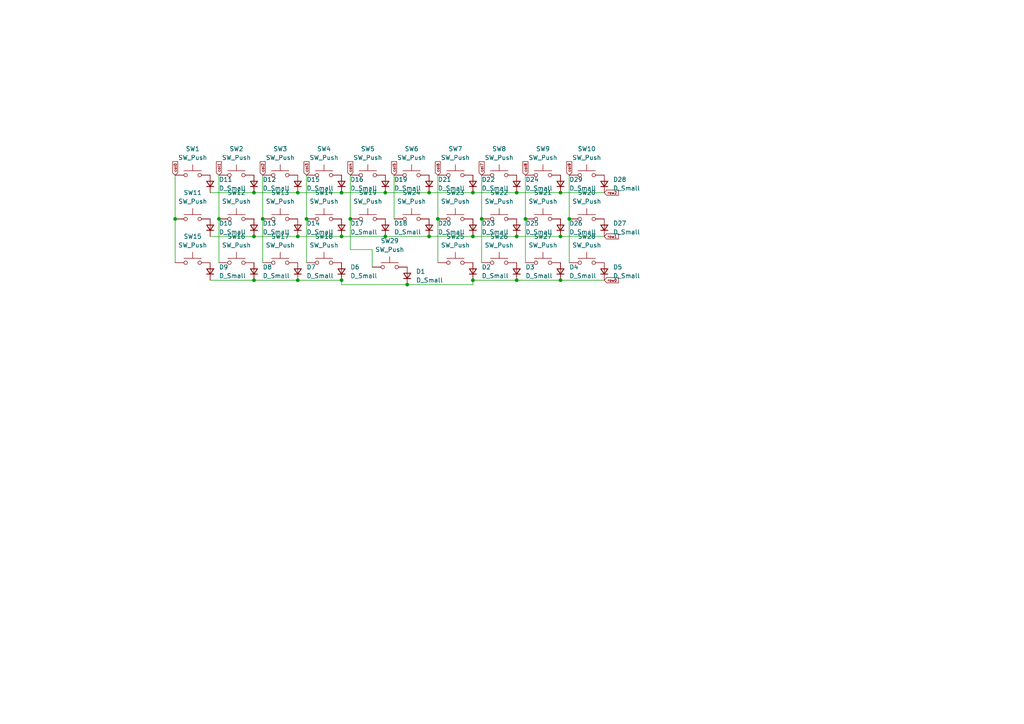
<source format=kicad_sch>
(kicad_sch (version 20230121) (generator eeschema)
  (paper "A4")
  (lib_symbols
    (symbol "Device:D_Small" (pin_numbers hide) (pin_names (offset 0.254) hide)
      (property "Reference" "D" (at -1.27 2.032 0))
      (property "Value" "D_Small" (at -3.81 -2.032 0))
      (symbol "D_Small_0_1"
        (polyline (pts (xy -0.762 -1.016) (xy -0.762 1.016)) (stroke (width 0.254)))
        (polyline (pts (xy -0.762 0) (xy 0.762 0)))
        (polyline (pts (xy 0.762 -1.016) (xy -0.762 0) (xy 0.762 1.016) (xy 0.762 -1.016)) (stroke (width 0.254)))
      )
      (symbol "D_Small_1_1"
        (pin passive line (at -2.54 0 0) (length 1.778) (name "K") (number "1"))
        (pin passive line (at 2.54 0 180) (length 1.778) (name "A") (number "2"))
      )
    )
    (symbol "Switch:SW_Push" (pin_numbers hide) (pin_names (offset 1.016) hide)
      (property "Reference" "SW" (at 1.27 2.54 0))
      (property "Value" "SW_Push" (at 0 -1.524 0))
      (symbol "SW_Push_0_1"
        (circle (center -2.032 0) (radius 0.508))
        (polyline (pts (xy 0 1.27) (xy 0 3.048)))
        (polyline (pts (xy 2.54 1.27) (xy -2.54 1.27)))
        (circle (center 2.032 0) (radius 0.508))
        (pin passive line (at -5.08 0 0) (length 2.54) (name "1") (number "1"))
        (pin passive line (at 5.08 0 180) (length 2.54) (name "2") (number "2"))
      )
    )
  )
  (junction (at 111.76 55.88))
  (junction (at 63.5 63.5))
  (junction (at 88.9 63.5))
  (junction (at 149.86 81.28))
  (junction (at 86.36 55.88))
  (junction (at 101.6 63.5))
  (junction (at 137.16 55.88))
  (junction (at 86.36 81.28))
  (junction (at 137.16 68.58))
  (junction (at 73.66 81.28))
  (junction (at 124.46 68.58))
  (junction (at 99.06 68.58))
  (junction (at 165.1 63.5))
  (junction (at 162.56 68.58))
  (junction (at 50.8 63.5))
  (junction (at 73.66 55.88))
  (junction (at 139.7 63.5))
  (junction (at 149.86 55.88))
  (junction (at 99.06 81.28))
  (junction (at 76.2 63.5))
  (junction (at 162.56 81.28))
  (junction (at 111.76 68.58))
  (junction (at 124.46 55.88))
  (junction (at 137.16 81.28))
  (junction (at 127 63.5))
  (junction (at 73.66 68.58))
  (junction (at 162.56 55.88))
  (junction (at 152.4 63.5))
  (junction (at 118.11 82.55))
  (junction (at 86.36 68.58))
  (junction (at 99.06 55.88))
  (junction (at 149.86 68.58))
  (wire (pts (xy 99.06 68.58) (xy 111.76 68.58)))
  (wire (pts (xy 149.86 55.88) (xy 162.56 55.88)))
  (wire (pts (xy 139.7 50.8) (xy 139.7 63.5)))
  (wire (pts (xy 152.4 63.5) (xy 152.4 76.2)))
  (wire (pts (xy 111.76 55.88) (xy 124.46 55.88)))
  (wire (pts (xy 88.9 50.8) (xy 88.9 63.5)))
  (wire (pts (xy 165.1 63.5) (xy 165.1 76.2)))
  (wire (pts (xy 127 50.8) (xy 127 63.5)))
  (wire (pts (xy 73.66 68.58) (xy 86.36 68.58)))
  (wire (pts (xy 137.16 82.55) (xy 118.11 82.55)))
  (wire (pts (xy 124.46 68.58) (xy 137.16 68.58)))
  (wire (pts (xy 76.2 50.8) (xy 76.2 63.5)))
  (wire (pts (xy 162.56 68.58) (xy 175.26 68.58)))
  (wire (pts (xy 162.56 55.88) (xy 175.26 55.88)))
  (wire (pts (xy 60.96 81.28) (xy 73.66 81.28)))
  (wire (pts (xy 76.2 63.5) (xy 76.2 76.2)))
  (wire (pts (xy 86.36 55.88) (xy 99.06 55.88)))
  (wire (pts (xy 139.7 63.5) (xy 139.7 76.2)))
  (wire (pts (xy 60.96 68.58) (xy 73.66 68.58)))
  (wire (pts (xy 137.16 81.28) (xy 137.16 82.55)))
  (wire (pts (xy 101.6 50.8) (xy 101.6 63.5)))
  (wire (pts (xy 165.1 50.8) (xy 165.1 63.5)))
  (wire (pts (xy 137.16 81.28) (xy 149.86 81.28)))
  (wire (pts (xy 86.36 81.28) (xy 99.06 81.28)))
  (wire (pts (xy 99.06 82.55) (xy 99.06 81.28)))
  (wire (pts (xy 118.11 82.55) (xy 99.06 82.55)))
  (wire (pts (xy 107.95 77.47) (xy 107.95 72.39)))
  (wire (pts (xy 63.5 63.5) (xy 63.5 76.2)))
  (wire (pts (xy 73.66 55.88) (xy 86.36 55.88)))
  (wire (pts (xy 50.8 50.8) (xy 50.8 63.5)))
  (wire (pts (xy 86.36 68.58) (xy 99.06 68.58)))
  (wire (pts (xy 73.66 81.28) (xy 86.36 81.28)))
  (wire (pts (xy 88.9 63.5) (xy 88.9 76.2)))
  (wire (pts (xy 137.16 55.88) (xy 149.86 55.88)))
  (wire (pts (xy 152.4 50.8) (xy 152.4 63.5)))
  (wire (pts (xy 124.46 55.88) (xy 137.16 55.88)))
  (wire (pts (xy 114.3 50.8) (xy 114.3 63.5)))
  (wire (pts (xy 111.76 68.58) (xy 124.46 68.58)))
  (wire (pts (xy 162.56 81.28) (xy 175.26 81.28)))
  (wire (pts (xy 50.8 63.5) (xy 50.8 76.2)))
  (wire (pts (xy 101.6 72.39) (xy 101.6 63.5)))
  (wire (pts (xy 149.86 68.58) (xy 162.56 68.58)))
  (wire (pts (xy 99.06 55.88) (xy 111.76 55.88)))
  (wire (pts (xy 127 63.5) (xy 127 76.2)))
  (wire (pts (xy 137.16 68.58) (xy 149.86 68.58)))
  (wire (pts (xy 107.95 72.39) (xy 101.6 72.39)))
  (wire (pts (xy 63.5 50.8) (xy 63.5 63.5)))
  (wire (pts (xy 60.96 55.88) (xy 73.66 55.88)))
  (wire (pts (xy 149.86 81.28) (xy 162.56 81.28)))
  (global_label "row2" (shape input) (at 175.26 55.88 0) (effects (font (size 0.762 0.762))) (property "Intersheetrefs" "${INTERSHEET_REFS}" (effects hide)))
  (global_label "col9" (shape input) (at 165.1 50.8 90) (effects (font (size 0.762 0.762))) (property "Intersheetrefs" "${INTERSHEET_REFS}" (effects hide)))
  (global_label "col2" (shape input) (at 76.2 50.8 90) (effects (font (size 0.762 0.762))) (property "Intersheetrefs" "${INTERSHEET_REFS}" (effects hide)))
  (global_label "row1" (shape input) (at 175.26 68.58 0) (effects (font (size 0.762 0.762))) (property "Intersheetrefs" "${INTERSHEET_REFS}" (effects hide)))
  (global_label "col3" (shape input) (at 88.9 50.8 90) (effects (font (size 0.762 0.762))) (property "Intersheetrefs" "${INTERSHEET_REFS}" (effects hide)))
  (global_label "col4" (shape input) (at 101.6 50.8 90) (effects (font (size 0.762 0.762))) (property "Intersheetrefs" "${INTERSHEET_REFS}" (effects hide)))
  (global_label "col1" (shape input) (at 63.5 50.8 90) (effects (font (size 0.762 0.762))) (property "Intersheetrefs" "${INTERSHEET_REFS}" (effects hide)))
  (global_label "col7" (shape input) (at 139.7 50.8 90) (effects (font (size 0.762 0.762))) (property "Intersheetrefs" "${INTERSHEET_REFS}" (effects hide)))
  (global_label "row0" (shape input) (at 175.26 81.28 0) (effects (font (size 0.762 0.762))) (property "Intersheetrefs" "${INTERSHEET_REFS}" (effects hide)))
  (global_label "col0" (shape input) (at 50.8 50.8 90) (effects (font (size 0.762 0.762))) (property "Intersheetrefs" "${INTERSHEET_REFS}" (effects hide)))
  (global_label "col5" (shape input) (at 114.3 50.8 90) (effects (font (size 0.762 0.762))) (property "Intersheetrefs" "${INTERSHEET_REFS}" (effects hide)))
  (global_label "col6" (shape input) (at 127 50.8 90) (effects (font (size 0.762 0.762))) (property "Intersheetrefs" "${INTERSHEET_REFS}" (effects hide)))
  (global_label "col8" (shape input) (at 152.4 50.8 90) (effects (font (size 0.762 0.762))) (property "Intersheetrefs" "${INTERSHEET_REFS}" (effects hide)))
  (symbol (lib_id "Switch:SW_Push") (at 113.03 77.47 0) (mirror y) (unit 1)
    (property "Reference" "SW29" (at 113.03 69.85 0))
    (property "Value" "SW_Push" (at 113.03 72.39 0))
  )
  (symbol (lib_id "Switch:SW_Push") (at 170.18 50.8 0) (mirror y) (unit 1)
    (property "Reference" "SW10" (at 170.18 43.18 0))
    (property "Value" "SW_Push" (at 170.18 45.72 0))
  )
  (symbol (lib_id "Switch:SW_Push") (at 170.18 76.2 0) (mirror y) (unit 1)
    (property "Reference" "SW28" (at 170.18 68.58 0))
    (property "Value" "SW_Push" (at 170.18 71.12 0))
  )
  (symbol (lib_id "Switch:SW_Push") (at 157.48 50.8 0) (mirror y) (unit 1)
    (property "Reference" "SW9" (at 157.48 43.18 0))
    (property "Value" "SW_Push" (at 157.48 45.72 0))
  )
  (symbol (lib_id "Switch:SW_Push") (at 81.28 50.8 0) (mirror y) (unit 1)
    (property "Reference" "SW3" (at 81.28 43.18 0))
    (property "Value" "SW_Push" (at 81.28 45.72 0))
  )
  (symbol (lib_id "Switch:SW_Push") (at 93.98 76.2 0) (mirror y) (unit 1)
    (property "Reference" "SW18" (at 93.98 68.58 0))
    (property "Value" "SW_Push" (at 93.98 71.12 0))
  )
  (symbol (lib_id "Device:D_Small") (at 149.86 78.74 90) (unit 1)
    (property "Reference" "D3" (at 152.4 77.47 90) (effects (justify right)))
    (property "Value" "D_Small" (at 152.4 80.01 90) (effects (justify right)))
    (property "Sim.Device" "D" (effects hide))
    (property "Sim.Pins" "1=K 2=A" (effects hide))
  )
  (symbol (lib_id "Device:D_Small") (at 137.16 66.04 90) (unit 1)
    (property "Reference" "D23" (at 139.7 64.77 90) (effects (justify right)))
    (property "Value" "D_Small" (at 139.7 67.31 90) (effects (justify right)))
    (property "Sim.Device" "D" (effects hide))
    (property "Sim.Pins" "1=K 2=A" (effects hide))
  )
  (symbol (lib_id "Switch:SW_Push") (at 93.98 50.8 0) (mirror y) (unit 1)
    (property "Reference" "SW4" (at 93.98 43.18 0))
    (property "Value" "SW_Push" (at 93.98 45.72 0))
  )
  (symbol (lib_id "Switch:SW_Push") (at 144.78 76.2 0) (mirror y) (unit 1)
    (property "Reference" "SW26" (at 144.78 68.58 0))
    (property "Value" "SW_Push" (at 144.78 71.12 0))
  )
  (symbol (lib_id "Switch:SW_Push") (at 81.28 63.5 0) (mirror y) (unit 1)
    (property "Reference" "SW13" (at 81.28 55.88 0))
    (property "Value" "SW_Push" (at 81.28 58.42 0))
  )
  (symbol (lib_id "Switch:SW_Push") (at 170.18 63.5 0) (mirror y) (unit 1)
    (property "Reference" "SW20" (at 170.18 55.88 0))
    (property "Value" "SW_Push" (at 170.18 58.42 0))
  )
  (symbol (lib_id "Switch:SW_Push") (at 119.38 50.8 0) (mirror y) (unit 1)
    (property "Reference" "SW6" (at 119.38 43.18 0))
    (property "Value" "SW_Push" (at 119.38 45.72 0))
  )
  (symbol (lib_id "Switch:SW_Push") (at 68.58 63.5 0) (mirror y) (unit 1)
    (property "Reference" "SW12" (at 68.58 55.88 0))
    (property "Value" "SW_Push" (at 68.58 58.42 0))
  )
  (symbol (lib_id "Device:D_Small") (at 99.06 66.04 90) (unit 1)
    (property "Reference" "D17" (at 101.6 64.77 90) (effects (justify right)))
    (property "Value" "D_Small" (at 101.6 67.31 90) (effects (justify right)))
    (property "Sim.Device" "D" (effects hide))
    (property "Sim.Pins" "1=K 2=A" (effects hide))
  )
  (symbol (lib_id "Device:D_Small") (at 86.36 78.74 90) (unit 1)
    (property "Reference" "D7" (at 88.9 77.47 90) (effects (justify right)))
    (property "Value" "D_Small" (at 88.9 80.01 90) (effects (justify right)))
    (property "Sim.Device" "D" (effects hide))
    (property "Sim.Pins" "1=K 2=A" (effects hide))
  )
  (symbol (lib_id "Switch:SW_Push") (at 157.48 76.2 0) (mirror y) (unit 1)
    (property "Reference" "SW27" (at 157.48 68.58 0))
    (property "Value" "SW_Push" (at 157.48 71.12 0))
  )
  (symbol (lib_id "Switch:SW_Push") (at 106.68 50.8 0) (mirror y) (unit 1)
    (property "Reference" "SW5" (at 106.68 43.18 0))
    (property "Value" "SW_Push" (at 106.68 45.72 0))
  )
  (symbol (lib_id "Device:D_Small") (at 162.56 53.34 90) (unit 1)
    (property "Reference" "D29" (at 165.1 52.07 90) (effects (justify right)))
    (property "Value" "D_Small" (at 165.1 54.61 90) (effects (justify right)))
    (property "Sim.Device" "D" (effects hide))
    (property "Sim.Pins" "1=K 2=A" (effects hide))
  )
  (symbol (lib_id "Switch:SW_Push") (at 132.08 76.2 0) (mirror y) (unit 1)
    (property "Reference" "SW25" (at 132.08 68.58 0))
    (property "Value" "SW_Push" (at 132.08 71.12 0))
  )
  (symbol (lib_id "Device:D_Small") (at 149.86 66.04 90) (unit 1)
    (property "Reference" "D25" (at 152.4 64.77 90) (effects (justify right)))
    (property "Value" "D_Small" (at 152.4 67.31 90) (effects (justify right)))
    (property "Sim.Device" "D" (effects hide))
    (property "Sim.Pins" "1=K 2=A" (effects hide))
  )
  (symbol (lib_id "Device:D_Small") (at 111.76 53.34 90) (unit 1)
    (property "Reference" "D19" (at 114.3 52.07 90) (effects (justify right)))
    (property "Value" "D_Small" (at 114.3 54.61 90) (effects (justify right)))
    (property "Sim.Device" "D" (effects hide))
    (property "Sim.Pins" "1=K 2=A" (effects hide))
  )
  (symbol (lib_id "Switch:SW_Push") (at 55.88 50.8 0) (mirror y) (unit 1)
    (property "Reference" "SW1" (at 55.88 43.18 0))
    (property "Value" "SW_Push" (at 55.88 45.72 0))
  )
  (symbol (lib_id "Switch:SW_Push") (at 55.88 76.2 0) (mirror y) (unit 1)
    (property "Reference" "SW15" (at 55.88 68.58 0))
    (property "Value" "SW_Push" (at 55.88 71.12 0))
  )
  (symbol (lib_id "Device:D_Small") (at 149.86 53.34 90) (unit 1)
    (property "Reference" "D24" (at 152.4 52.07 90) (effects (justify right)))
    (property "Value" "D_Small" (at 152.4 54.61 90) (effects (justify right)))
    (property "Sim.Device" "D" (effects hide))
    (property "Sim.Pins" "1=K 2=A" (effects hide))
  )
  (symbol (lib_id "Device:D_Small") (at 137.16 78.74 90) (unit 1)
    (property "Reference" "D2" (at 139.7 77.47 90) (effects (justify right)))
    (property "Value" "D_Small" (at 139.7 80.01 90) (effects (justify right)))
    (property "Sim.Device" "D" (effects hide))
    (property "Sim.Pins" "1=K 2=A" (effects hide))
  )
  (symbol (lib_id "Switch:SW_Push") (at 157.48 63.5 0) (mirror y) (unit 1)
    (property "Reference" "SW21" (at 157.48 55.88 0))
    (property "Value" "SW_Push" (at 157.48 58.42 0))
  )
  (symbol (lib_id "Switch:SW_Push") (at 68.58 76.2 0) (mirror y) (unit 1)
    (property "Reference" "SW16" (at 68.58 68.58 0))
    (property "Value" "SW_Push" (at 68.58 71.12 0))
  )
  (symbol (lib_id "Switch:SW_Push") (at 144.78 50.8 0) (mirror y) (unit 1)
    (property "Reference" "SW8" (at 144.78 43.18 0))
    (property "Value" "SW_Push" (at 144.78 45.72 0))
  )
  (symbol (lib_id "Device:D_Small") (at 175.26 53.34 90) (unit 1)
    (property "Reference" "D28" (at 177.8 52.07 90) (effects (justify right)))
    (property "Value" "D_Small" (at 177.8 54.61 90) (effects (justify right)))
    (property "Sim.Device" "D" (effects hide))
    (property "Sim.Pins" "1=K 2=A" (effects hide))
  )
  (symbol (lib_id "Device:D_Small") (at 86.36 53.34 90) (unit 1)
    (property "Reference" "D15" (at 88.9 52.07 90) (effects (justify right)))
    (property "Value" "D_Small" (at 88.9 54.61 90) (effects (justify right)))
    (property "Sim.Device" "D" (effects hide))
    (property "Sim.Pins" "1=K 2=A" (effects hide))
  )
  (symbol (lib_id "Device:D_Small") (at 175.26 66.04 90) (unit 1)
    (property "Reference" "D27" (at 177.8 64.77 90) (effects (justify right)))
    (property "Value" "D_Small" (at 177.8 67.31 90) (effects (justify right)))
    (property "Sim.Device" "D" (effects hide))
    (property "Sim.Pins" "1=K 2=A" (effects hide))
  )
  (symbol (lib_id "Device:D_Small") (at 124.46 53.34 90) (unit 1)
    (property "Reference" "D21" (at 127 52.07 90) (effects (justify right)))
    (property "Value" "D_Small" (at 127 54.61 90) (effects (justify right)))
    (property "Sim.Device" "D" (effects hide))
    (property "Sim.Pins" "1=K 2=A" (effects hide))
  )
  (symbol (lib_id "Switch:SW_Push") (at 81.28 76.2 0) (mirror y) (unit 1)
    (property "Reference" "SW17" (at 81.28 68.58 0))
    (property "Value" "SW_Push" (at 81.28 71.12 0))
  )
  (symbol (lib_id "Device:D_Small") (at 162.56 66.04 90) (unit 1)
    (property "Reference" "D26" (at 165.1 64.77 90) (effects (justify right)))
    (property "Value" "D_Small" (at 165.1 67.31 90) (effects (justify right)))
    (property "Sim.Device" "D" (effects hide))
    (property "Sim.Pins" "1=K 2=A" (effects hide))
  )
  (symbol (lib_id "Switch:SW_Push") (at 144.78 63.5 0) (mirror y) (unit 1)
    (property "Reference" "SW22" (at 144.78 55.88 0))
    (property "Value" "SW_Push" (at 144.78 58.42 0))
  )
  (symbol (lib_id "Switch:SW_Push") (at 132.08 63.5 0) (mirror y) (unit 1)
    (property "Reference" "SW23" (at 132.08 55.88 0))
    (property "Value" "SW_Push" (at 132.08 58.42 0))
  )
  (symbol (lib_id "Device:D_Small") (at 175.26 78.74 90) (unit 1)
    (property "Reference" "D5" (at 177.8 77.47 90) (effects (justify right)))
    (property "Value" "D_Small" (at 177.8 80.01 90) (effects (justify right)))
    (property "Sim.Device" "D" (effects hide))
    (property "Sim.Pins" "1=K 2=A" (effects hide))
  )
  (symbol (lib_id "Device:D_Small") (at 162.56 78.74 90) (unit 1)
    (property "Reference" "D4" (at 165.1 77.47 90) (effects (justify right)))
    (property "Value" "D_Small" (at 165.1 80.01 90) (effects (justify right)))
    (property "Sim.Device" "D" (effects hide))
    (property "Sim.Pins" "1=K 2=A" (effects hide))
  )
  (symbol (lib_id "Switch:SW_Push") (at 55.88 63.5 0) (mirror y) (unit 1)
    (property "Reference" "SW11" (at 55.88 55.88 0))
    (property "Value" "SW_Push" (at 55.88 58.42 0))
  )
  (symbol (lib_id "Switch:SW_Push") (at 106.68 63.5 0) (mirror y) (unit 1)
    (property "Reference" "SW19" (at 106.68 55.88 0))
    (property "Value" "SW_Push" (at 106.68 58.42 0))
  )
  (symbol (lib_id "Device:D_Small") (at 99.06 53.34 90) (unit 1)
    (property "Reference" "D16" (at 101.6 52.07 90) (effects (justify right)))
    (property "Value" "D_Small" (at 101.6 54.61 90) (effects (justify right)))
    (property "Sim.Device" "D" (effects hide))
    (property "Sim.Pins" "1=K 2=A" (effects hide))
  )
  (symbol (lib_id "Device:D_Small") (at 111.76 66.04 90) (unit 1)
    (property "Reference" "D18" (at 114.3 64.77 90) (effects (justify right)))
    (property "Value" "D_Small" (at 114.3 67.31 90) (effects (justify right)))
    (property "Sim.Device" "D" (effects hide))
    (property "Sim.Pins" "1=K 2=A" (effects hide))
  )
  (symbol (lib_id "Switch:SW_Push") (at 132.08 50.8 0) (mirror y) (unit 1)
    (property "Reference" "SW7" (at 132.08 43.18 0))
    (property "Value" "SW_Push" (at 132.08 45.72 0))
  )
  (symbol (lib_id "Device:D_Small") (at 118.11 80.01 90) (unit 1)
    (property "Reference" "D1" (at 120.65 78.74 90) (effects (justify right)))
    (property "Value" "D_Small" (at 120.65 81.28 90) (effects (justify right)))
    (property "Sim.Device" "D" (effects hide))
    (property "Sim.Pins" "1=K 2=A" (effects hide))
  )
  (symbol (lib_id "Switch:SW_Push") (at 119.38 63.5 0) (mirror y) (unit 1)
    (property "Reference" "SW24" (at 119.38 55.88 0))
    (property "Value" "SW_Push" (at 119.38 58.42 0))
  )
  (symbol (lib_id "Device:D_Small") (at 99.06 78.74 90) (unit 1)
    (property "Reference" "D6" (at 101.6 77.47 90) (effects (justify right)))
    (property "Value" "D_Small" (at 101.6 80.01 90) (effects (justify right)))
    (property "Sim.Device" "D" (effects hide))
    (property "Sim.Pins" "1=K 2=A" (effects hide))
  )
  (symbol (lib_id "Device:D_Small") (at 86.36 66.04 90) (unit 1)
    (property "Reference" "D14" (at 88.9 64.77 90) (effects (justify right)))
    (property "Value" "D_Small" (at 88.9 67.31 90) (effects (justify right)))
    (property "Sim.Device" "D" (effects hide))
    (property "Sim.Pins" "1=K 2=A" (effects hide))
  )
  (symbol (lib_id "Device:D_Small") (at 137.16 53.34 90) (unit 1)
    (property "Reference" "D22" (at 139.7 52.07 90) (effects (justify right)))
    (property "Value" "D_Small" (at 139.7 54.61 90) (effects (justify right)))
    (property "Sim.Device" "D" (effects hide))
    (property "Sim.Pins" "1=K 2=A" (effects hide))
  )
  (symbol (lib_id "Device:D_Small") (at 60.96 53.34 90) (unit 1)
    (property "Reference" "D11" (at 63.5 52.07 90) (effects (justify right)))
    (property "Value" "D_Small" (at 63.5 54.61 90) (effects (justify right)))
    (property "Sim.Device" "D" (effects hide))
    (property "Sim.Pins" "1=K 2=A" (effects hide))
  )
  (symbol (lib_id "Switch:SW_Push") (at 68.58 50.8 0) (mirror y) (unit 1)
    (property "Reference" "SW2" (at 68.58 43.18 0))
    (property "Value" "SW_Push" (at 68.58 45.72 0))
  )
  (symbol (lib_id "Device:D_Small") (at 73.66 53.34 90) (unit 1)
    (property "Reference" "D12" (at 76.2 52.07 90) (effects (justify right)))
    (property "Value" "D_Small" (at 76.2 54.61 90) (effects (justify right)))
    (property "Sim.Device" "D" (effects hide))
    (property "Sim.Pins" "1=K 2=A" (effects hide))
  )
  (symbol (lib_id "Device:D_Small") (at 124.46 66.04 90) (unit 1)
    (property "Reference" "D20" (at 127 64.77 90) (effects (justify right)))
    (property "Value" "D_Small" (at 127 67.31 90) (effects (justify right)))
    (property "Sim.Device" "D" (effects hide))
    (property "Sim.Pins" "1=K 2=A" (effects hide))
  )
  (symbol (lib_id "Switch:SW_Push") (at 93.98 63.5 0) (mirror y) (unit 1)
    (property "Reference" "SW14" (at 93.98 55.88 0))
    (property "Value" "SW_Push" (at 93.98 58.42 0))
  )
  (symbol (lib_id "Device:D_Small") (at 73.66 78.74 90) (unit 1)
    (property "Reference" "D8" (at 76.2 77.47 90) (effects (justify right)))
    (property "Value" "D_Small" (at 76.2 80.01 90) (effects (justify right)))
    (property "Sim.Device" "D" (effects hide))
    (property "Sim.Pins" "1=K 2=A" (effects hide))
  )
  (symbol (lib_id "Device:D_Small") (at 73.66 66.04 90) (unit 1)
    (property "Reference" "D13" (at 76.2 64.77 90) (effects (justify right)))
    (property "Value" "D_Small" (at 76.2 67.31 90) (effects (justify right)))
    (property "Sim.Device" "D" (effects hide))
    (property "Sim.Pins" "1=K 2=A" (effects hide))
  )
  (symbol (lib_id "Device:D_Small") (at 60.96 78.74 90) (unit 1)
    (property "Reference" "D9" (at 63.5 77.47 90) (effects (justify right)))
    (property "Value" "D_Small" (at 63.5 80.01 90) (effects (justify right)))
    (property "Sim.Device" "D" (effects hide))
    (property "Sim.Pins" "1=K 2=A" (effects hide))
  )
  (symbol (lib_id "Device:D_Small") (at 60.96 66.04 90) (unit 1)
    (property "Reference" "D10" (at 63.5 64.77 90) (effects (justify right)))
    (property "Value" "D_Small" (at 63.5 67.31 90) (effects (justify right)))
    (property "Sim.Device" "D" (effects hide))
    (property "Sim.Pins" "1=K 2=A" (effects hide))
  )
)
</source>
